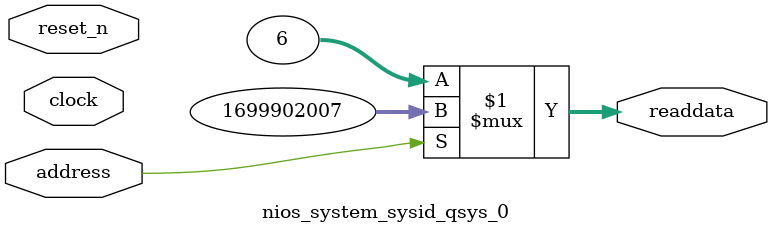
<source format=v>



// synthesis translate_off
`timescale 1ns / 1ps
// synthesis translate_on

// turn off superfluous verilog processor warnings 
// altera message_level Level1 
// altera message_off 10034 10035 10036 10037 10230 10240 10030 

module nios_system_sysid_qsys_0 (
               // inputs:
                address,
                clock,
                reset_n,

               // outputs:
                readdata
             )
;

  output  [ 31: 0] readdata;
  input            address;
  input            clock;
  input            reset_n;

  wire    [ 31: 0] readdata;
  //control_slave, which is an e_avalon_slave
  assign readdata = address ? 1699902007 : 6;

endmodule



</source>
